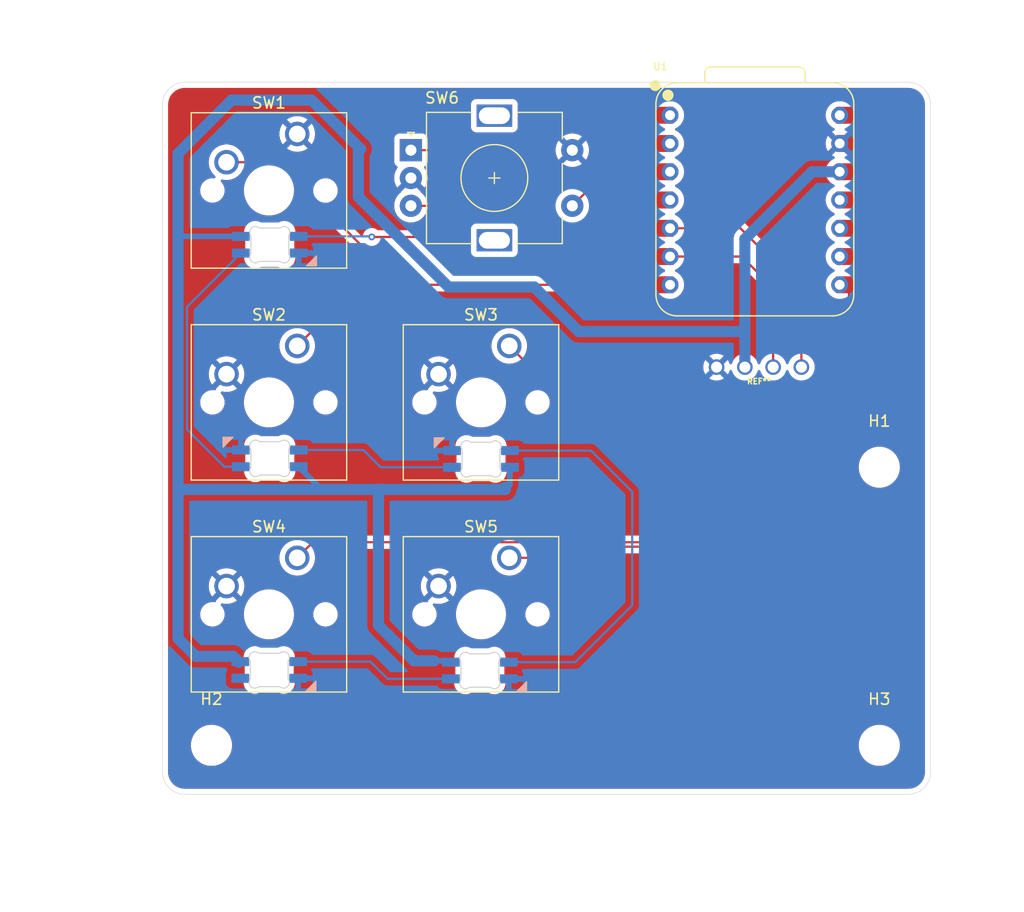
<source format=kicad_pcb>
(kicad_pcb (version 20241229) (generator "pcbnew") (generator_version "9.0")
  (layers (0 "F.Cu" signal) (2 "B.Cu" signal) (13 "F.Paste" user) (15 "B.Paste" user) (5 "F.SilkS" user "F.Silkscreen") (7 "B.SilkS" user "B.Silkscreen") (1 "F.Mask" user) (3 "B.Mask" user) (25 "Edge.Cuts" user))
  (net 0 "")
  (net 1 "Net-(LED1-DOUT)")
  (net 2 "GND")
  (net 3 "+3V3")
  (net 4 "Net-(LED2-DOUT)")
  (net 5 "Net-(LED3-DOUT)")
  (net 6 "Net-(LED4-DOUT)")
  (net 8 "SCL")
  (net 9 "SDA")
  (net 10 "Net-(U1-GPIO0{slash}TX)")
  (net 11 "Net-(U1-GPIO1{slash}RX)")
  (net 12 "Net-(U1-GPIO2{slash}SCK)")
  (net 13 "Net-(U1-GPIO4{slash}MISO)")
  (net 14 "Net-(U1-GPIO3{slash}MOSI)")
  (net 15 "A")
  (net 16 "B")
  (net 17 "S1")
  (net 19 "Net-(LED1-DIN)")
  (footprint "Button_Switch_Keyboard:SW_Cherry_MX_1.00u_PCB" (layer "F.Cu") (at 139.7028 114.1437)
    (property "Reference" "SW4" (at -2.54 -2.794 0) (layer "F.SilkS"))
    (property "Value" "SW_Push")
    (fp_line (start -9.525 -1.905) (end 4.445 -1.905) (stroke (width 0.12)) (layer "F.SilkS"))
    (fp_line (start -9.525 12.065) (end -9.525 -1.905) (stroke (width 0.12)) (layer "F.SilkS"))
    (fp_line (start 4.445 -1.905) (end 4.445 12.065) (stroke (width 0.12)) (layer "F.SilkS"))
    (fp_line (start 4.445 12.065) (end -9.525 12.065) (stroke (width 0.12)) (layer "F.SilkS"))
    (pad "" np_thru_hole circle (at -7.62 5.08) (size 1.7 1.7) (drill 1.7) (layers "*.Cu" "*.Mask"))
    (pad "" np_thru_hole circle (at -2.54 5.08) (size 4 4) (drill 4) (layers "*.Cu" "*.Mask"))
    (pad "" np_thru_hole circle (at 2.54 5.08) (size 1.7 1.7) (drill 1.7) (layers "*.Cu" "*.Mask"))
    (pad "1" thru_hole circle (at 0 0) (size 2.2 2.2) (drill 1.5) (layers "*.Cu" "*.Mask") (net 13 "Net-(U1-GPIO4{slash}MISO)"))
    (pad "2" thru_hole circle (at -6.35 2.54) (size 2.2 2.2) (drill 1.5) (layers "*.Cu" "*.Mask") (net 2 "GND"))
  )
  (footprint "Button_Switch_Keyboard:SW_Cherry_MX_1.00u_PCB" (layer "F.Cu") (at 158.7532 114.1437)
    (property "Reference" "SW5" (at -2.54 -2.794 0) (layer "F.SilkS"))
    (property "Value" "SW_Push")
    (fp_line (start -9.525 -1.905) (end 4.445 -1.905) (stroke (width 0.12)) (layer "F.SilkS"))
    (fp_line (start -9.525 12.065) (end -9.525 -1.905) (stroke (width 0.12)) (layer "F.SilkS"))
    (fp_line (start 4.445 -1.905) (end 4.445 12.065) (stroke (width 0.12)) (layer "F.SilkS"))
    (fp_line (start 4.445 12.065) (end -9.525 12.065) (stroke (width 0.12)) (layer "F.SilkS"))
    (pad "" np_thru_hole circle (at -7.62 5.08) (size 1.7 1.7) (drill 1.7) (layers "*.Cu" "*.Mask"))
    (pad "" np_thru_hole circle (at -2.54 5.08) (size 4 4) (drill 4) (layers "*.Cu" "*.Mask"))
    (pad "" np_thru_hole circle (at 2.54 5.08) (size 1.7 1.7) (drill 1.7) (layers "*.Cu" "*.Mask"))
    (pad "1" thru_hole circle (at 0 0) (size 2.2 2.2) (drill 1.5) (layers "*.Cu" "*.Mask") (net 14 "Net-(U1-GPIO3{slash}MOSI)"))
    (pad "2" thru_hole circle (at -6.35 2.54) (size 2.2 2.2) (drill 1.5) (layers "*.Cu" "*.Mask") (net 2 "GND"))
  )
  (footprint "MountingHole:MountingHole_3.2mm_M3" (layer "F.Cu") (at 132 131)
    (property "Reference" "H2" (at 0 -4.15 0) (layer "F.SilkS"))
    (property "Value" "MountingHole")
    (pad "" np_thru_hole circle (at 0 0) (size 3.2 3.2) (drill 3.2) (layers "*.Cu" "*.Mask"))
  )
  (footprint "Button_Switch_Keyboard:SW_Cherry_MX_1.00u_PCB" (layer "F.Cu") (at 158.7532 95.0933)
    (property "Reference" "SW3" (at -2.54 -2.794 0) (layer "F.SilkS"))
    (property "Value" "SW_Push")
    (fp_line (start -9.525 -1.905) (end 4.445 -1.905) (stroke (width 0.12)) (layer "F.SilkS"))
    (fp_line (start -9.525 12.065) (end -9.525 -1.905) (stroke (width 0.12)) (layer "F.SilkS"))
    (fp_line (start 4.445 -1.905) (end 4.445 12.065) (stroke (width 0.12)) (layer "F.SilkS"))
    (fp_line (start 4.445 12.065) (end -9.525 12.065) (stroke (width 0.12)) (layer "F.SilkS"))
    (pad "" np_thru_hole circle (at -7.62 5.08) (size 1.7 1.7) (drill 1.7) (layers "*.Cu" "*.Mask"))
    (pad "" np_thru_hole circle (at -2.54 5.08) (size 4 4) (drill 4) (layers "*.Cu" "*.Mask"))
    (pad "" np_thru_hole circle (at 2.54 5.08) (size 1.7 1.7) (drill 1.7) (layers "*.Cu" "*.Mask"))
    (pad "1" thru_hole circle (at 0 0) (size 2.2 2.2) (drill 1.5) (layers "*.Cu" "*.Mask") (net 12 "Net-(U1-GPIO2{slash}SCK)"))
    (pad "2" thru_hole circle (at -6.35 2.54) (size 2.2 2.2) (drill 1.5) (layers "*.Cu" "*.Mask") (net 2 "GND"))
  )
  (footprint "Button_Switch_Keyboard:SW_Cherry_MX_1.00u_PCB" (layer "F.Cu") (at 139.7028 76.0429)
    (property "Reference" "SW1" (at -2.54 -2.794 0) (layer "F.SilkS"))
    (property "Value" "SW_Push")
    (fp_line (start -9.525 -1.905) (end 4.445 -1.905) (stroke (width 0.12)) (layer "F.SilkS"))
    (fp_line (start -9.525 12.065) (end -9.525 -1.905) (stroke (width 0.12)) (layer "F.SilkS"))
    (fp_line (start 4.445 -1.905) (end 4.445 12.065) (stroke (width 0.12)) (layer "F.SilkS"))
    (fp_line (start 4.445 12.065) (end -9.525 12.065) (stroke (width 0.12)) (layer "F.SilkS"))
    (pad "" np_thru_hole circle (at -7.62 5.08) (size 1.7 1.7) (drill 1.7) (layers "*.Cu" "*.Mask"))
    (pad "" np_thru_hole circle (at -2.54 5.08) (size 4 4) (drill 4) (layers "*.Cu" "*.Mask"))
    (pad "" np_thru_hole circle (at 2.54 5.08) (size 1.7 1.7) (drill 1.7) (layers "*.Cu" "*.Mask"))
    (pad "1" thru_hole circle (at 0 0) (size 2.2 2.2) (drill 1.5) (layers "*.Cu" "*.Mask") (net 2 "GND"))
    (pad "2" thru_hole circle (at -6.35 2.54) (size 2.2 2.2) (drill 1.5) (layers "*.Cu" "*.Mask") (net 10 "Net-(U1-GPIO0{slash}TX)"))
  )
  (footprint "custom:MX_SK6812MINI-E_REV" (layer "F.Cu") (at 137.2375 91.0775 180)
    (property "Reference" "LED1" (hide yes))
    (property "Value" "YS-SK6812MINI-E")
    (fp_poly (pts (xy -4.2 4.08) (xy -3.3 3.18) (xy -4.2 3.18)) (stroke (width 0.1)) (fill yes) (layer "B.SilkS"))
    (fp_line (start 1.699999 4.377158) (end 1.699999 5.782842) (stroke (width 0.1)) (layer "Edge.Cuts"))
    (fp_line (start 0.794452 6.579999) (end -0.794453 6.579999) (stroke (width 0.1)) (layer "Edge.Cuts"))
    (fp_line (start -0.794452 3.58) (end 0.794452 3.58) (stroke (width 0.1)) (layer "Edge.Cuts"))
    (fp_line (start -1.699999 5.782842) (end -1.699999 4.377158) (stroke (width 0.1)) (layer "Edge.Cuts"))
    (fp_arc (start 1.749484 5.99972) (mid 1.712527 5.894068) (end 1.699999 5.782842) (stroke (width 0.1)) (layer "Edge.Cuts"))
    (fp_arc (start 1.749484 5.99972) (mid 1.638071 6.584035) (end 1.046711 6.648299) (stroke (width 0.1)) (layer "Edge.Cuts"))
    (fp_arc (start 1.699999 4.377157) (mid 1.712527 4.265932) (end 1.749484 4.16028) (stroke (width 0.1)) (layer "Edge.Cuts"))
    (fp_arc (start 1.046711 3.511703) (mid 1.63807 3.575966) (end 1.749484 4.16028) (stroke (width 0.1)) (layer "Edge.Cuts"))
    (fp_arc (start 1.04671 3.511701) (mid 0.925122 3.562623) (end 0.794452 3.58) (stroke (width 0.1)) (layer "Edge.Cuts"))
    (fp_arc (start 0.794453 6.58) (mid 0.925123 6.597377) (end 1.046711 6.648299) (stroke (width 0.1)) (layer "Edge.Cuts"))
    (fp_arc (start -0.794452 3.58) (mid -0.925123 3.562623) (end -1.046711 3.511701) (stroke (width 0.1)) (layer "Edge.Cuts"))
    (fp_arc (start -1.046711 6.648298) (mid -0.925123 6.597376) (end -0.794453 6.579999) (stroke (width 0.1)) (layer "Edge.Cuts"))
    (fp_arc (start -1.046711 6.648298) (mid -1.638071 6.584034) (end -1.749484 5.99972) (stroke (width 0.1)) (layer "Edge.Cuts"))
    (fp_arc (start -1.699999 5.782843) (mid -1.712527 5.894068) (end -1.749484 5.99972) (stroke (width 0.1)) (layer "Edge.Cuts"))
    (fp_arc (start -1.749484 4.160281) (mid -1.638072 3.575965) (end -1.046711 3.511701) (stroke (width 0.1)) (layer "Edge.Cuts"))
    (fp_arc (start -1.749484 4.16028) (mid -1.712527 4.265932) (end -1.699999 4.377158) (stroke (width 0.1)) (layer "Edge.Cuts"))
    (pad "1" smd roundrect (at 2.6 5.83 270) (size 0.82 1.6) (layers "B.Cu" "B.Mask" "B.Paste") (roundrect_rratio 0.1) (net 3 "+3V3"))
    (pad "2" smd roundrect (at 2.6 4.33 270) (size 0.82 1.6) (layers "B.Cu" "B.Mask" "B.Paste") (roundrect_rratio 0.1) (net 1 "Net-(LED1-DOUT)"))
    (pad "3" smd roundrect (at -2.6 4.33 270) (size 0.82 1.6) (layers "B.Cu" "B.Mask" "B.Paste") (roundrect_rratio 0.1) (net 2 "GND"))
    (pad "4" smd roundrect (at -2.6 5.83 270) (size 0.82 1.6) (layers "B.Cu" "B.Mask" "B.Paste") (roundrect_rratio 0.1) (net 19 "Net-(LED1-DIN)"))
  )
  (footprint "custom:MX_SK6812MINI-E_REV" (layer "F.Cu") (at 156.1125 129.3525 180)
    (property "Reference" "LED4" (hide yes))
    (property "Value" "YS-SK6812MINI-E")
    (fp_poly (pts (xy -4.2 4.08) (xy -3.3 3.18) (xy -4.2 3.18)) (stroke (width 0.1)) (fill yes) (layer "B.SilkS"))
    (fp_line (start 1.699999 4.377158) (end 1.699999 5.782842) (stroke (width 0.1)) (layer "Edge.Cuts"))
    (fp_line (start 0.794452 6.579999) (end -0.794453 6.579999) (stroke (width 0.1)) (layer "Edge.Cuts"))
    (fp_line (start -0.794452 3.58) (end 0.794452 3.58) (stroke (width 0.1)) (layer "Edge.Cuts"))
    (fp_line (start -1.699999 5.782842) (end -1.699999 4.377158) (stroke (width 0.1)) (layer "Edge.Cuts"))
    (fp_arc (start 1.749484 5.99972) (mid 1.712527 5.894068) (end 1.699999 5.782842) (stroke (width 0.1)) (layer "Edge.Cuts"))
    (fp_arc (start 1.749484 5.99972) (mid 1.638071 6.584035) (end 1.046711 6.648299) (stroke (width 0.1)) (layer "Edge.Cuts"))
    (fp_arc (start 1.699999 4.377157) (mid 1.712527 4.265932) (end 1.749484 4.16028) (stroke (width 0.1)) (layer "Edge.Cuts"))
    (fp_arc (start 1.046711 3.511703) (mid 1.63807 3.575966) (end 1.749484 4.16028) (stroke (width 0.1)) (layer "Edge.Cuts"))
    (fp_arc (start 1.04671 3.511701) (mid 0.925122 3.562623) (end 0.794452 3.58) (stroke (width 0.1)) (layer "Edge.Cuts"))
    (fp_arc (start 0.794453 6.58) (mid 0.925123 6.597377) (end 1.046711 6.648299) (stroke (width 0.1)) (layer "Edge.Cuts"))
    (fp_arc (start -0.794452 3.58) (mid -0.925123 3.562623) (end -1.046711 3.511701) (stroke (width 0.1)) (layer "Edge.Cuts"))
    (fp_arc (start -1.046711 6.648298) (mid -0.925123 6.597376) (end -0.794453 6.579999) (stroke (width 0.1)) (layer "Edge.Cuts"))
    (fp_arc (start -1.046711 6.648298) (mid -1.638071 6.584034) (end -1.749484 5.99972) (stroke (width 0.1)) (layer "Edge.Cuts"))
    (fp_arc (start -1.699999 5.782843) (mid -1.712527 5.894068) (end -1.749484 5.99972) (stroke (width 0.1)) (layer "Edge.Cuts"))
    (fp_arc (start -1.749484 4.160281) (mid -1.638072 3.575965) (end -1.046711 3.511701) (stroke (width 0.1)) (layer "Edge.Cuts"))
    (fp_arc (start -1.749484 4.16028) (mid -1.712527 4.265932) (end -1.699999 4.377158) (stroke (width 0.1)) (layer "Edge.Cuts"))
    (pad "1" smd roundrect (at 2.6 5.83 270) (size 0.82 1.6) (layers "B.Cu" "B.Mask" "B.Paste") (roundrect_rratio 0.1) (net 3 "+3V3"))
    (pad "2" smd roundrect (at 2.6 4.33 270) (size 0.82 1.6) (layers "B.Cu" "B.Mask" "B.Paste") (roundrect_rratio 0.1) (net 6 "Net-(LED4-DOUT)"))
    (pad "3" smd roundrect (at -2.6 4.33 270) (size 0.82 1.6) (layers "B.Cu" "B.Mask" "B.Paste") (roundrect_rratio 0.1) (net 2 "GND"))
    (pad "4" smd roundrect (at -2.6 5.83 270) (size 0.82 1.6) (layers "B.Cu" "B.Mask" "B.Paste") (roundrect_rratio 0.1) (net 5 "Net-(LED3-DOUT)"))
  )
  (footprint "Seeed Studio XIAO Series Library:XIAO-RP2040-DIP" (layer "F.Cu") (at 180.82 81.98)
    (property "Reference" "U1" (at -8.5 -12 0) (layer "F.SilkS") (effects (font (size 0.635 0.635) (thickness 0.1016))))
    (property "Value" "XIAO-RP2040-DIP")
    (fp_line (start -8.89 8.509) (end -8.89 -8.636) (stroke (width 0.127)) (layer "F.SilkS"))
    (fp_line (start -6.985 10.414) (end 6.985 10.414) (stroke (width 0.127)) (layer "F.SilkS"))
    (fp_line (start -4.495 -10.541) (end -4.491272 -11.451272) (stroke (width 0.127)) (layer "F.SilkS"))
    (fp_line (start -3.991272 -11.951) (end 4.004 -11.951) (stroke (width 0.127)) (layer "F.SilkS"))
    (fp_line (start 4.504 -11.451) (end 4.504 -10.541) (stroke (width 0.127)) (layer "F.SilkS"))
    (fp_line (start 6.985 -10.541) (end -6.985 -10.541) (stroke (width 0.1)) (layer "F.SilkS"))
    (fp_line (start 6.985 -10.541) (end -6.985 -10.541) (stroke (width 0.127)) (layer "F.SilkS"))
    (fp_line (start 8.89 8.509) (end 8.89 -8.636) (stroke (width 0.127)) (layer "F.SilkS"))
    (fp_arc (start -8.89 -8.636) (mid -8.332038 -9.983038) (end -6.985 -10.541) (stroke (width 0.127)) (layer "F.SilkS"))
    (fp_arc (start -6.985 10.414) (mid -8.332038 9.856038) (end -8.89 8.509) (stroke (width 0.127)) (layer "F.SilkS"))
    (fp_arc (start -4.491272 -11.451272) (mid -4.344728 -11.80464) (end -3.991272 -11.951) (stroke (width 0.127)) (layer "F.SilkS"))
    (fp_arc (start 4.004 -11.951) (mid 4.357553 -11.804553) (end 4.504 -11.451) (stroke (width 0.127)) (layer "F.SilkS"))
    (fp_arc (start 6.985 -10.541) (mid 8.332038 -9.983038) (end 8.89 -8.636) (stroke (width 0.127)) (layer "F.SilkS"))
    (fp_arc (start 8.89 8.509) (mid 8.332038 9.856038) (end 6.985 10.414) (stroke (width 0.127)) (layer "F.SilkS"))
    (fp_circle (center -8.95 -10.3) (end -8.95 -10.554) (stroke (width 0.5)) (fill yes) (layer "F.SilkS"))
    (fp_circle (center -7.807 -9.42) (end -7.807 -9.674) (stroke (width 0.5)) (fill yes) (layer "F.SilkS"))
    (pad "1" smd roundrect (at -8.455 -7.62 180) (size 2.432 1.524) (layers "F.Cu" "F.Mask") (roundrect_rratio 0.1) (net 15 "A"))
    (pad "1" thru_hole circle (at -7.62 -7.62 180) (size 1.524 1.524) (drill 0.889) (layers "*.Cu" "*.Mask") (net 15 "A"))
    (pad "2" smd roundrect (at -8.455 -5.08 180) (size 2.432 1.524) (layers "F.Cu" "F.Mask") (roundrect_rratio 0.1) (net 16 "B"))
    (pad "2" thru_hole circle (at -7.62 -5.08 180) (size 1.524 1.524) (drill 0.889) (layers "*.Cu" "*.Mask") (net 16 "B"))
    (pad "3" smd roundrect (at -8.455 -2.54 180) (size 2.432 1.524) (layers "F.Cu" "F.Mask") (roundrect_rratio 0.1) (net 17 "S1"))
    (pad "3" thru_hole circle (at -7.62 -2.54 180) (size 1.524 1.524) (drill 0.889) (layers "*.Cu" "*.Mask") (net 17 "S1"))
    (pad "4" smd roundrect (at -8.455 0 180) (size 2.432 1.524) (layers "F.Cu" "F.Mask") (roundrect_rratio 0.1) (net 19 "Net-(LED1-DIN)"))
    (pad "4" thru_hole circle (at -7.62 0 180) (size 1.524 1.524) (drill 0.889) (layers "*.Cu" "*.Mask") (net 19 "Net-(LED1-DIN)"))
    (pad "5" smd roundrect (at -8.455 2.54 180) (size 2.432 1.524) (layers "F.Cu" "F.Mask") (roundrect_rratio 0.1) (net 9 "SDA"))
    (pad "5" thru_hole circle (at -7.62 2.54 180) (size 1.524 1.524) (drill 0.889) (layers "*.Cu" "*.Mask") (net 9 "SDA"))
    (pad "6" smd roundrect (at -8.455 5.08 180) (size 2.432 1.524) (layers "F.Cu" "F.Mask") (roundrect_rratio 0.1) (net 8 "SCL"))
    (pad "6" thru_hole circle (at -7.62 5.08 180) (size 1.524 1.524) (drill 0.889) (layers "*.Cu" "*.Mask") (net 8 "SCL"))
    (pad "7" smd roundrect (at -8.455 7.62 180) (size 2.432 1.524) (layers "F.Cu" "F.Mask") (roundrect_rratio 0.1) (net 10 "Net-(U1-GPIO0{slash}TX)"))
    (pad "7" thru_hole circle (at -7.62 7.62 180) (size 1.524 1.524) (drill 0.889) (layers "*.Cu" "*.Mask") (net 10 "Net-(U1-GPIO0{slash}TX)"))
    (pad "8" thru_hole circle (at 7.62 7.62) (size 1.524 1.524) (drill 0.889) (layers "*.Cu" "*.Mask") (net 11 "Net-(U1-GPIO1{slash}RX)"))
    (pad "8" smd roundrect (at 8.455 7.62) (size 2.432 1.524) (layers "F.Cu" "F.Mask") (roundrect_rratio 0.1) (net 11 "Net-(U1-GPIO1{slash}RX)"))
    (pad "9" thru_hole circle (at 7.62 5.08) (size 1.524 1.524) (drill 0.889) (layers "*.Cu" "*.Mask") (net 12 "Net-(U1-GPIO2{slash}SCK)"))
    (pad "9" smd roundrect (at 8.455 5.08) (size 2.432 1.524) (layers "F.Cu" "F.Mask") (roundrect_rratio 0.1) (net 12 "Net-(U1-GPIO2{slash}SCK)"))
    (pad "10" thru_hole circle (at 7.62 2.54) (size 1.524 1.524) (drill 0.889) (layers "*.Cu" "*.Mask") (net 13 "Net-(U1-GPIO4{slash}MISO)"))
    (pad "10" smd roundrect (at 8.455 2.54) (size 2.432 1.524) (layers "F.Cu" "F.Mask") (roundrect_rratio 0.1) (net 13 "Net-(U1-GPIO4{slash}MISO)"))
    (pad "11" thru_hole circle (at 7.62 0) (size 1.524 1.524) (drill 0.889) (layers "*.Cu" "*.Mask") (net 14 "Net-(U1-GPIO3{slash}MOSI)"))
    (pad "11" smd roundrect (at 8.455 0) (size 2.432 1.524) (layers "F.Cu" "F.Mask") (roundrect_rratio 0.1) (net 14 "Net-(U1-GPIO3{slash}MOSI)"))
    (pad "12" thru_hole circle (at 7.62 -2.54) (size 1.524 1.524) (drill 0.889) (layers "*.Cu" "*.Mask") (net 3 "+3V3"))
    (pad "12" smd roundrect (at 8.455 -2.54) (size 2.432 1.524) (layers "F.Cu" "F.Mask") (roundrect_rratio 0.1) (net 3 "+3V3"))
    (pad "13" thru_hole circle (at 7.62 -5.08) (size 1.524 1.524) (drill 0.889) (layers "*.Cu" "*.Mask") (net 2 "GND"))
    (pad "13" smd roundrect (at 8.455 -5.08) (size 2.432 1.524) (layers "F.Cu" "F.Mask") (roundrect_rratio 0.1) (net 2 "GND"))
    (pad "14" thru_hole circle (at 7.62 -7.62) (size 1.524 1.524) (drill 0.889) (layers "*.Cu" "*.Mask"))
    (pad "14" smd roundrect (at 8.455 -7.62) (size 2.432 1.524) (layers "F.Cu" "F.Mask") (roundrect_rratio 0.1))
  )
  (footprint "custom:MX_SK6812MINI-E_REV" (layer "F.Cu") (at 137.2375 100.1225)
    (property "Reference" "LED2" (hide yes))
    (property "Value" "YS-SK6812MINI-E")
    (fp_poly (pts (xy -4.2 4.08) (xy -3.3 3.18) (xy -4.2 3.18)) (stroke (width 0.1)) (fill yes) (layer "B.SilkS"))
    (fp_line (start -1.699999 5.782842) (end -1.699999 4.377158) (stroke (width 0.1)) (layer "Edge.Cuts"))
    (fp_line (start -0.794452 3.58) (end 0.794452 3.58) (stroke (width 0.1)) (layer "Edge.Cuts"))
    (fp_line (start 0.794452 6.579999) (end -0.794453 6.579999) (stroke (width 0.1)) (layer "Edge.Cuts"))
    (fp_line (start 1.699999 4.377158) (end 1.699999 5.782842) (stroke (width 0.1)) (layer "Edge.Cuts"))
    (fp_arc (start -1.749484 4.16028) (mid -1.712527 4.265932) (end -1.699999 4.377158) (stroke (width 0.1)) (layer "Edge.Cuts"))
    (fp_arc (start -1.749484 4.160281) (mid -1.638072 3.575965) (end -1.046711 3.511701) (stroke (width 0.1)) (layer "Edge.Cuts"))
    (fp_arc (start -1.699999 5.782843) (mid -1.712527 5.894068) (end -1.749484 5.99972) (stroke (width 0.1)) (layer "Edge.Cuts"))
    (fp_arc (start -1.046711 6.648298) (mid -1.638071 6.584034) (end -1.749484 5.99972) (stroke (width 0.1)) (layer "Edge.Cuts"))
    (fp_arc (start -1.046711 6.648298) (mid -0.925123 6.597376) (end -0.794453 6.579999) (stroke (width 0.1)) (layer "Edge.Cuts"))
    (fp_arc (start -0.794452 3.58) (mid -0.925123 3.562623) (end -1.046711 3.511701) (stroke (width 0.1)) (layer "Edge.Cuts"))
    (fp_arc (start 0.794453 6.58) (mid 0.925123 6.597377) (end 1.046711 6.648299) (stroke (width 0.1)) (layer "Edge.Cuts"))
    (fp_arc (start 1.04671 3.511701) (mid 0.925122 3.562623) (end 0.794452 3.58) (stroke (width 0.1)) (layer "Edge.Cuts"))
    (fp_arc (start 1.046711 3.511703) (mid 1.63807 3.575966) (end 1.749484 4.16028) (stroke (width 0.1)) (layer "Edge.Cuts"))
    (fp_arc (start 1.699999 4.377157) (mid 1.712527 4.265932) (end 1.749484 4.16028) (stroke (width 0.1)) (layer "Edge.Cuts"))
    (fp_arc (start 1.749484 5.99972) (mid 1.638071 6.584035) (end 1.046711 6.648299) (stroke (width 0.1)) (layer "Edge.Cuts"))
    (fp_arc (start 1.749484 5.99972) (mid 1.712527 5.894068) (end 1.699999 5.782842) (stroke (width 0.1)) (layer "Edge.Cuts"))
    (pad "1" smd roundrect (at 2.6 5.83 90) (size 0.82 1.6) (layers "B.Cu" "B.Mask" "B.Paste") (roundrect_rratio 0.1) (net 3 "+3V3"))
    (pad "2" smd roundrect (at 2.6 4.33 90) (size 0.82 1.6) (layers "B.Cu" "B.Mask" "B.Paste") (roundrect_rratio 0.1) (net 4 "Net-(LED2-DOUT)"))
    (pad "3" smd roundrect (at -2.6 4.33 90) (size 0.82 1.6) (layers "B.Cu" "B.Mask" "B.Paste") (roundrect_rratio 0.1) (net 2 "GND"))
    (pad "4" smd roundrect (at -2.6 5.83 90) (size 0.82 1.6) (layers "B.Cu" "B.Mask" "B.Paste") (roundrect_rratio 0.1) (net 1 "Net-(LED1-DOUT)"))
  )
  (footprint "custom:OLED" (layer "F.Cu") (at 181.19 97 180)
    (property "Reference" "OL1")
    (property "Value" "OLED" (hide yes))
    (fp_text user "REF**" (at -0.01 -1.28 0) (layer "F.SilkS") (effects (font (size 0.5 0.5) (thickness 0.125) (bold yes))))
    (pad "1" thru_hole circle (at -3.81 0 180) (size 1.4 1.4) (drill 1) (layers "*.Cu" "*.Mask") (net 9 "SDA"))
    (pad "2" thru_hole circle (at -1.27 0 180) (size 1.4 1.4) (drill 1) (layers "*.Cu" "*.Mask") (net 8 "SCL"))
    (pad "3" thru_hole circle (at 1.27 0 180) (size 1.4 1.4) (drill 1) (layers "*.Cu" "*.Mask") (net 3 "+3V3"))
    (pad "4" thru_hole circle (at 3.81 0 180) (size 1.4 1.4) (drill 1) (layers "*.Cu" "*.Mask") (net 2 "GND"))
  )
  (footprint "Rotary_Encoder:RotaryEncoder_Alps_EC11E-Switch_Vertical_H20mm" (layer "F.Cu") (at 149.9158 77.5)
    (property "Reference" "SW6" (at 2.8 -4.7 0) (layer "F.SilkS"))
    (property "Value" "RotaryEncoder_Switch")
    (fp_line (start -0.3 -1.6) (end 0.3 -1.6) (stroke (width 0.12)) (layer "F.SilkS"))
    (fp_line (start 0 -1.3) (end -0.3 -1.6) (stroke (width 0.12)) (layer "F.SilkS"))
    (fp_line (start 0.3 -1.6) (end 0 -1.3) (stroke (width 0.12)) (layer "F.SilkS"))
    (fp_line (start 1.4 -3.4) (end 1.4 8.4) (stroke (width 0.12)) (layer "F.SilkS"))
    (fp_line (start 5.5 -3.4) (end 1.4 -3.4) (stroke (width 0.12)) (layer "F.SilkS"))
    (fp_line (start 5.5 8.4) (end 1.4 8.4) (stroke (width 0.12)) (layer "F.SilkS"))
    (fp_line (start 7 2.5) (end 8 2.5) (stroke (width 0.12)) (layer "F.SilkS"))
    (fp_line (start 7.5 2) (end 7.5 3) (stroke (width 0.12)) (layer "F.SilkS"))
    (fp_line (start 9.5 -3.4) (end 13.6 -3.4) (stroke (width 0.12)) (layer "F.SilkS"))
    (fp_line (start 13.6 -3.4) (end 13.6 -1) (stroke (width 0.12)) (layer "F.SilkS"))
    (fp_line (start 13.6 1.2) (end 13.6 3.8) (stroke (width 0.12)) (layer "F.SilkS"))
    (fp_line (start 13.6 6) (end 13.6 8.4) (stroke (width 0.12)) (layer "F.SilkS"))
    (fp_line (start 13.6 8.4) (end 9.5 8.4) (stroke (width 0.12)) (layer "F.SilkS"))
    (fp_circle (center 7.5 2.5) (end 10.5 2.5) (stroke (width 0.12)) (fill no) (layer "F.SilkS"))
    (pad "A" thru_hole rect (at 0 0) (size 2 2) (drill 1) (layers "*.Cu" "*.Mask") (net 15 "A"))
    (pad "B" thru_hole circle (at 0 5) (size 2 2) (drill 1) (layers "*.Cu" "*.Mask") (net 16 "B"))
    (pad "C" thru_hole circle (at 0 2.5) (size 2 2) (drill 1) (layers "*.Cu" "*.Mask") (net 2 "GND"))
    (pad "MP" thru_hole rect (at 7.5 -3.1) (size 3.2 2) (drill oval 2.8 1.5) (layers "*.Cu" "*.Mask"))
    (pad "MP" thru_hole rect (at 7.5 8.1) (size 3.2 2) (drill oval 2.8 1.5) (layers "*.Cu" "*.Mask"))
    (pad "S1" thru_hole circle (at 14.5 5) (size 2 2) (drill 1) (layers "*.Cu" "*.Mask") (net 17 "S1"))
    (pad "S2" thru_hole circle (at 14.5 0) (size 2 2) (drill 1) (layers "*.Cu" "*.Mask") (net 2 "GND"))
  )
  (footprint "custom:MX_SK6812MINI-E_REV" (layer "F.Cu") (at 137.1875 129.3025 180)
    (property "Reference" "LED5" (hide yes))
    (property "Value" "YS-SK6812MINI-E")
    (fp_poly (pts (xy -4.2 4.08) (xy -3.3 3.18) (xy -4.2 3.18)) (stroke (width 0.1)) (fill yes) (layer "B.SilkS"))
    (fp_line (start 1.699999 4.377158) (end 1.699999 5.782842) (stroke (width 0.1)) (layer "Edge.Cuts"))
    (fp_line (start 0.794452 6.579999) (end -0.794453 6.579999) (stroke (width 0.1)) (layer "Edge.Cuts"))
    (fp_line (start -0.794452 3.58) (end 0.794452 3.58) (stroke (width 0.1)) (layer "Edge.Cuts"))
    (fp_line (start -1.699999 5.782842) (end -1.699999 4.377158) (stroke (width 0.1)) (layer "Edge.Cuts"))
    (fp_arc (start 1.749484 5.99972) (mid 1.712527 5.894068) (end 1.699999 5.782842) (stroke (width 0.1)) (layer "Edge.Cuts"))
    (fp_arc (start 1.749484 5.99972) (mid 1.638071 6.584035) (end 1.046711 6.648299) (stroke (width 0.1)) (layer "Edge.Cuts"))
    (fp_arc (start 1.699999 4.377157) (mid 1.712527 4.265932) (end 1.749484 4.16028) (stroke (width 0.1)) (layer "Edge.Cuts"))
    (fp_arc (start 1.046711 3.511703) (mid 1.63807 3.575966) (end 1.749484 4.16028) (stroke (width 0.1)) (layer "Edge.Cuts"))
    (fp_arc (start 1.04671 3.511701) (mid 0.925122 3.562623) (end 0.794452 3.58) (stroke (width 0.1)) (layer "Edge.Cuts"))
    (fp_arc (start 0.794453 6.58) (mid 0.925123 6.597377) (end 1.046711 6.648299) (stroke (width 0.1)) (layer "Edge.Cuts"))
    (fp_arc (start -0.794452 3.58) (mid -0.925123 3.562623) (end -1.046711 3.511701) (stroke (width 0.1)) (layer "Edge.Cuts"))
    (fp_arc (start -1.046711 6.648298) (mid -0.925123 6.597376) (end -0.794453 6.579999) (stroke (width 0.1)) (layer "Edge.Cuts"))
    (fp_arc (start -1.046711 6.648298) (mid -1.638071 6.584034) (end -1.749484 5.99972) (stroke (width 0.1)) (layer "Edge.Cuts"))
    (fp_arc (start -1.699999 5.782843) (mid -1.712527 5.894068) (end -1.749484 5.99972) (stroke (width 0.1)) (layer "Edge.Cuts"))
    (fp_arc (start -1.749484 4.160281) (mid -1.638072 3.575965) (end -1.046711 3.511701) (stroke (width 0.1)) (layer "Edge.Cuts"))
    (fp_arc (start -1.749484 4.16028) (mid -1.712527 4.265932) (end -1.699999 4.377158) (stroke (width 0.1)) (layer "Edge.Cuts"))
    (pad "1" smd roundrect (at 2.6 5.83 270) (size 0.82 1.6) (layers "B.Cu" "B.Mask" "B.Paste") (roundrect_rratio 0.1) (net 3 "+3V3"))
    (pad "2" smd roundrect (at 2.6 4.33 270) (size 0.82 1.6) (layers "B.Cu" "B.Mask" "B.Paste") (roundrect_rratio 0.1))
    (pad "3" smd roundrect (at -2.6 4.33 270) (size 0.82 1.6) (layers "B.Cu" "B.Mask" "B.Paste") (roundrect_rratio 0.1) (net 2 "GND"))
    (pad "4" smd roundrect (at -2.6 5.83 270) (size 0.82 1.6) (layers "B.Cu" "B.Mask" "B.Paste") (roundrect_rratio 0.1) (net 6 "Net-(LED4-DOUT)"))
  )
  (footprint "MountingHole:MountingHole_3.2mm_M3" (layer "F.Cu") (at 192 131)
    (property "Reference" "H3" (at 0 -4.15 0) (layer "F.SilkS"))
    (property "Value" "MountingHole")
    (pad "" np_thru_hole circle (at 0 0) (size 3.2 3.2) (drill 3.2) (layers "*.Cu" "*.Mask"))
  )
  (footprint "custom:MX_SK6812MINI-E_REV" (layer "F.Cu") (at 156.2132 100.1733)
    (property "Reference" "LED3" (hide yes))
    (property "Value" "YS-SK6812MINI-E")
    (fp_poly (pts (xy -4.2 4.08) (xy -3.3 3.18) (xy -4.2 3.18)) (stroke (width 0.1)) (fill yes) (layer "B.SilkS"))
    (fp_line (start -1.699999 5.782842) (end -1.699999 4.377158) (stroke (width 0.1)) (layer "Edge.Cuts"))
    (fp_line (start -0.794452 3.58) (end 0.794452 3.58) (stroke (width 0.1)) (layer "Edge.Cuts"))
    (fp_line (start 0.794452 6.579999) (end -0.794453 6.579999) (stroke (width 0.1)) (layer "Edge.Cuts"))
    (fp_line (start 1.699999 4.377158) (end 1.699999 5.782842) (stroke (width 0.1)) (layer "Edge.Cuts"))
    (fp_arc (start -1.749484 4.16028) (mid -1.712527 4.265932) (end -1.699999 4.377158) (stroke (width 0.1)) (layer "Edge.Cuts"))
    (fp_arc (start -1.749484 4.160281) (mid -1.638072 3.575965) (end -1.046711 3.511701) (stroke (width 0.1)) (layer "Edge.Cuts"))
    (fp_arc (start -1.699999 5.782843) (mid -1.712527 5.894068) (end -1.749484 5.99972) (stroke (width 0.1)) (layer "Edge.Cuts"))
    (fp_arc (start -1.046711 6.648298) (mid -1.638071 6.584034) (end -1.749484 5.99972) (stroke (width 0.1)) (layer "Edge.Cuts"))
    (fp_arc (start -1.046711 6.648298) (mid -0.925123 6.597376) (end -0.794453 6.579999) (stroke (width 0.1)) (layer "Edge.Cuts"))
    (fp_arc (start -0.794452 3.58) (mid -0.925123 3.562623) (end -1.046711 3.511701) (stroke (width 0.1)) (layer "Edge.Cuts"))
    (fp_arc (start 0.794453 6.58) (mid 0.925123 6.597377) (end 1.046711 6.648299) (stroke (width 0.1)) (layer "Edge.Cuts"))
    (fp_arc (start 1.04671 3.511701) (mid 0.925122 3.562623) (end 0.794452 3.58) (stroke (width 0.1)) (layer "Edge.Cuts"))
    (fp_arc (start 1.046711 3.511703) (mid 1.63807 3.575966) (end 1.749484 4.16028) (stroke (width 0.1)) (layer "Edge.Cuts"))
    (fp_arc (start 1.699999 4.377157) (mid 1.712527 4.265932) (end 1.749484 4.16028) (stroke (width 0.1)) (layer "Edge.Cuts"))
    (fp_arc (start 1.749484 5.99972) (mid 1.638071 6.584035) (end 1.046711 6.648299) (stroke (width 0.1)) (layer "Edge.Cuts"))
    (fp_arc (start 1.749484 5.99972) (mid 1.712527 5.894068) (end 1.699999 5.782842) (stroke (width 0.1)) (layer "Edge.Cuts"))
    (pad "1" smd roundrect (at 2.6 5.83 90) (size 0.82 1.6) (layers "B.Cu" "B.Mask" "B.Paste") (roundrect_rratio 0.1) (net 3 "+3V3"))
    (pad "2" smd roundrect (at 2.6 4.33 90) (size 0.82 1.6) (layers "B.Cu" "B.Mask" "B.Paste") (roundrect_rratio 0.1) (net 5 "Net-(LED3-DOUT)"))
    (pad "3" smd roundrect (at -2.6 4.33 90) (size 0.82 1.6) (layers "B.Cu" "B.Mask" "B.Paste") (roundrect_rratio 0.1) (net 2 "GND"))
    (pad "4" smd roundrect (at -2.6 5.83 90) (size 0.82 1.6) (layers "B.Cu" "B.Mask" "B.Paste") (roundrect_rratio 0.1) (net 4 "Net-(LED2-DOUT)"))
  )
  (footprint "Button_Switch_Keyboard:SW_Cherry_MX_1.00u_PCB" (layer "F.Cu") (at 139.7028 95.0933)
    (property "Reference" "SW2" (at -2.54 -2.794 0) (layer "F.SilkS"))
    (property "Value" "SW_Push")
    (fp_line (start -9.525 -1.905) (end 4.445 -1.905) (stroke (width 0.12)) (layer "F.SilkS"))
    (fp_line (start -9.525 12.065) (end -9.525 -1.905) (stroke (width 0.12)) (layer "F.SilkS"))
    (fp_line (start 4.445 -1.905) (end 4.445 12.065) (stroke (width 0.12)) (layer "F.SilkS"))
    (fp_line (start 4.445 12.065) (end -9.525 12.065) (stroke (width 0.12)) (layer "F.SilkS"))
    (pad "" np_thru_hole circle (at -7.62 5.08) (size 1.7 1.7) (drill 1.7) (layers "*.Cu" "*.Mask"))
    (pad "" np_thru_hole circle (at -2.54 5.08) (size 4 4) (drill 4) (layers "*.Cu" "*.Mask"))
    (pad "" np_thru_hole circle (at 2.54 5.08) (size 1.7 1.7) (drill 1.7) (layers "*.Cu" "*.Mask"))
    (pad "1" thru_hole circle (at 0 0) (size 2.2 2.2) (drill 1.5) (layers "*.Cu" "*.Mask") (net 11 "Net-(U1-GPIO1{slash}RX)"))
    (pad "2" thru_hole circle (at -6.35 2.54) (size 2.2 2.2) (drill 1.5) (layers "*.Cu" "*.Mask") (net 2 "GND"))
  )
  (footprint "MountingHole:MountingHole_3.2mm_M3" (layer "F.Cu") (at 192 106)
    (property "Reference" "H1" (at 0 -4.15 0) (layer "F.SilkS"))
    (property "Value" "MountingHole")
    (pad "" np_thru_hole circle (at 0 0) (size 3.2 3.2) (drill 3.2) (layers "*.Cu" "*.Mask"))
  )
  (gr_arc (start 129.6 135.4) (mid 128.185786 134.814214) (end 127.6 133.4) (stroke (width 0.05)) (layer "Edge.Cuts"))
  (gr_line (start 194.6 135.4) (end 129.6 135.4) (stroke (width 0.05)) (layer "Edge.Cuts"))
  (gr_arc (start 127.6 73.4) (mid 128.185786 71.985786) (end 129.6 71.4) (stroke (width 0.05)) (layer "Edge.Cuts"))
  (gr_line (start 196.6 73.4) (end 196.6 133.4) (stroke (width 0.05)) (layer "Edge.Cuts"))
  (gr_arc (start 196.6 133.4) (mid 196.014214 134.814214) (end 194.6 135.4) (stroke (width 0.05)) (layer "Edge.Cuts"))
  (gr_arc (start 194.6 71.4) (mid 196.014214 71.985786) (end 196.6 73.4) (stroke (width 0.05)) (layer "Edge.Cuts"))
  (gr_line (start 129.6 71.4) (end 194.6 71.4) (stroke (width 0.05)) (layer "Edge.Cuts"))
  (gr_line (start 127.6 133.4) (end 127.6 73.4) (stroke (width 0.05)) (layer "Edge.Cuts"))
  (segment (start 192 130.9) (end 191.95 130.85) (width 0.2) (layer "F.Cu") (net 0))
  (segment (start 192 131) (end 192 130.9) (width 0.2) (layer "F.Cu") (net 0))
  (segment (start 129.8 91.585) (end 129.8 102.6) (width 0.2) (layer "B.Cu") (net 1))
  (segment (start 133.1525 105.9525) (end 134.6375 105.9525) (width 0.2) (layer "B.Cu") (net 1))
  (segment (start 134.6375 86.7475) (end 129.8 91.585) (width 0.2) (layer "B.Cu") (net 1))
  (segment (start 129.8 102.6) (end 133.1525 105.9525) (width 0.2) (layer "B.Cu") (net 1))
  (segment (start 153.3 89.8) (end 145.2 81.7) (width 1) (layer "B.Cu") (net 3))
  (segment (start 128.999 121.399) (end 130.6 123) (width 1) (layer "B.Cu") (net 3))
  (segment (start 188.44 79.44) (end 185.96 79.44) (width 1) (layer "B.Cu") (net 3))
  (segment (start 153.39 123.4) (end 152 123.4) (width 0.5) (layer "B.Cu") (net 3))
  (segment (start 179.92 93.8) (end 165 93.8) (width 1) (layer "B.Cu") (net 3))
  (segment (start 147 108) (end 147 120.2) (width 1) (layer "B.Cu") (net 3))
  (segment (start 129.2465 85.2475) (end 128.999 85) (width 0.5) (layer "B.Cu") (net 3))
  (segment (start 185.96 79.44) (end 179.92 85.48) (width 1) (layer "B.Cu") (net 3))
  (segment (start 141.885 108) (end 147 108) (width 1) (layer "B.Cu") (net 3))
  (segment (start 145.2 77.6) (end 145.4 77.4) (width 1) (layer "B.Cu") (net 3))
  (segment (start 145.4 77.4) (end 141 73) (width 1) (layer "B.Cu") (net 3))
  (segment (start 134.6375 85.2475) (end 129.2465 85.2475) (width 0.5) (layer "B.Cu") (net 3))
  (segment (start 128.999 77.801) (end 128.999 85) (width 1) (layer "B.Cu") (net 3))
  (segment (start 165 93.8) (end 161 89.8) (width 1) (layer "B.Cu") (net 3))
  (segment (start 179.92 93.8) (end 179.92 97) (width 1) (layer "B.Cu") (net 3))
  (segment (start 139.8375 105.9525) (end 141.885 108) (width 0.5) (layer "B.Cu") (net 3))
  (segment (start 133.939325 123) (end 134.411825 123.4725) (width 1) (layer "B.Cu") (net 3))
  (segment (start 158.8132 106.0033) (end 158.8132 107.5868) (width 0.5) (layer "B.Cu") (net 3))
  (segment (start 158.8132 107.5868) (end 158.4 108) (width 0.5) (layer "B.Cu") (net 3))
  (segment (start 150 123.2) (end 150.2 123.4) (width 1) (layer "B.Cu") (net 3))
  (segment (start 128.999 85) (end 128.999 108) (width 1) (layer "B.Cu") (net 3))
  (segment (start 145.2 81.7) (end 145.2 77.6) (width 1) (layer "B.Cu") (net 3))
  (segment (start 133.8 73) (end 128.999 77.801) (width 1) (layer "B.Cu") (net 3))
  (segment (start 128.999 108) (end 128.999 121.399) (width 1) (layer "B.Cu") (net 3))
  (segment (start 147 108) (end 158.4 108) (width 1) (layer "B.Cu") (net 3))
  (segment (start 147 120.2) (end 150 123.2) (width 1) (layer "B.Cu") (net 3))
  (segment (start 130.6 123) (end 133.939325 123) (width 1) (layer "B.Cu") (net 3))
  (segment (start 153.5125 123.5225) (end 153.39 123.4) (width 0.5) (layer "B.Cu") (net 3))
  (segment (start 128.999 108) (end 141.885 108) (width 1) (layer "B.Cu") (net 3))
  (segment (start 134.411825 123.4725) (end 134.441138 123.538) (width 1) (layer "B.Cu") (net 3))
  (segment (start 179.92 85.48) (end 179.92 93.8) (width 1) (layer "B.Cu") (net 3))
  (segment (start 161 89.8) (end 153.3 89.8) (width 1) (layer "B.Cu") (net 3))
  (segment (start 150.2 123.4) (end 152 123.4) (width 1) (layer "B.Cu") (net 3))
  (segment (start 141 73) (end 133.8 73) (width 1) (layer "B.Cu") (net 3))
  (segment (start 158.4 108) (end 158.4 107.8) (width 1) (layer "B.Cu") (net 3))
  (segment (start 147.2033 106.0033) (end 145.6525 104.4525) (width 0.2) (layer "B.Cu") (net 4))
  (segment (start 153.6132 106.0033) (end 147.2033 106.0033) (width 0.2) (layer "B.Cu") (net 4))
  (segment (start 145.6525 104.4525) (end 139.8375 104.4525) (width 0.2) (layer "B.Cu") (net 4))
  (segment (start 164.6775 123.5225) (end 158.7125 123.5225) (width 0.2) (layer "B.Cu") (net 5))
  (segment (start 169.8 108.2) (end 169.8 118.4) (width 0.2) (layer "B.Cu") (net 5))
  (segment (start 169.8 118.4) (end 164.6775 123.5225) (width 0.2) (layer "B.Cu") (net 5))
  (segment (start 158.8132 104.5033) (end 166.1033 104.5033) (width 0.2) (layer "B.Cu") (net 5))
  (segment (start 166.1033 104.5033) (end 169.8 108.2) (width 0.2) (layer "B.Cu") (net 5))
  (segment (start 153.5125 125.0225) (end 147.8225 125.0225) (width 0.2) (layer "B.Cu") (net 6))
  (segment (start 147.8225 125.0225) (end 146.2725 123.4725) (width 0.2) (layer "B.Cu") (net 6))
  (segment (start 153.5525 125.0225) (end 153.6 124.975) (width 0.2) (layer "B.Cu") (net 6))
  (segment (start 146.2725 123.4725) (end 139.7875 123.4725) (width 0.2) (layer "B.Cu") (net 6))
  (segment (start 153.5125 125.0225) (end 153.5525 125.0225) (width 0.2) (layer "B.Cu") (net 6))
  (segment (start 179.635 87.06) (end 182.46 89.885) (width 0.2) (layer "F.Cu") (net 8))
  (segment (start 173.2 87.06) (end 179.635 87.06) (width 0.2) (layer "F.Cu") (net 8))
  (segment (start 182.46 89.885) (end 182.46 97) (width 0.2) (layer "F.Cu") (net 8))
  (segment (start 179.52 84.52) (end 185 90) (width 0.2) (layer "F.Cu") (net 9))
  (segment (start 185 90) (end 185 97) (width 0.2) (layer "F.Cu") (net 9))
  (segment (start 173.2 84.52) (end 179.52 84.52) (width 0.2) (layer "F.Cu") (net 9))
  (segment (start 149 89.6) (end 137.9829 78.5829) (width 0.2) (layer "F.Cu") (net 10))
  (segment (start 137.9829 78.5829) (end 133.3528 78.5829) (width 0.2) (layer "F.Cu") (net 10))
  (segment (start 173.2 89.6) (end 149 89.6) (width 0.2) (layer "F.Cu") (net 10))
  (segment (start 188.6 98.4) (end 189.275 97.725) (width 0.2) (layer "F.Cu") (net 11))
  (segment (start 189.275 97.725) (end 189.275 89.6) (width 0.2) (layer "F.Cu") (net 11))
  (segment (start 166.8 98.4) (end 188.6 98.4) (width 0.2) (layer "F.Cu") (net 11))
  (segment (start 160.6 92.2) (end 166.8 98.4) (width 0.2) (layer "F.Cu") (net 11))
  (segment (start 139.7028 95.0933) (end 142.5961 92.2) (width 0.2) (layer "F.Cu") (net 11))
  (segment (start 142.5961 92.2) (end 160.6 92.2) (width 0.2) (layer "F.Cu") (net 11))
  (segment (start 162.6609 99.001) (end 158.7532 95.0933) (width 0.2) (layer "F.Cu") (net 12))
  (segment (start 189.3661 99.001) (end 162.6609 99.001) (width 0.2) (layer "F.Cu") (net 12))
  (segment (start 189.053626 87.06) (end 190.792 88.798374) (width 0.2) (layer "F.Cu") (net 12))
  (segment (start 188.44 87.06) (end 189.053626 87.06) (width 0.2) (layer "F.Cu") (net 12))
  (segment (start 190.792 97.5751) (end 189.3661 99.001) (width 0.2) (layer "F.Cu") (net 12))
  (segment (start 190.792 88.798374) (end 190.792 97.5751) (width 0.2) (layer "F.Cu") (net 12))
  (segment (start 191.193 86.659374) (end 191.193 97.7412) (width 0.2) (layer "F.Cu") (net 13))
  (segment (start 191.193 97.7412) (end 176.1915 112.7427) (width 0.2) (layer "F.Cu") (net 13))
  (segment (start 189.053626 84.52) (end 191.193 86.659374) (width 0.2) (layer "F.Cu") (net 13))
  (segment (start 176.1915 112.7427) (end 141.1038 112.7427) (width 0.2) (layer "F.Cu") (net 13))
  (segment (start 141.1038 112.7427) (end 139.7028 114.1437) (width 0.2) (layer "F.Cu") (net 13))
  (segment (start 188.44 84.52) (end 189.053626 84.52) (width 0.2) (layer "F.Cu") (net 13))
  (segment (start 191.594 97.9073) (end 191.594 84.299) (width 0.2) (layer "F.Cu") (net 14))
  (segment (start 167.0563 114.1437) (end 168.0563 113.1437) (width 0.2) (layer "F.Cu") (net 14))
  (segment (start 176.3576 113.1437) (end 191.594 97.9073) (width 0.2) (layer "F.Cu") (net 14))
  (segment (start 158.7532 114.1437) (end 167.0563 114.1437) (width 0.2) (layer "F.Cu") (net 14))
  (segment (start 168.0563 113.1437) (end 176.3576 113.1437) (width 0.2) (layer "F.Cu") (net 14))
  (segment (start 191.594 84.299) (end 189.275 81.98) (width 0.2) (layer "F.Cu") (net 14))
  (segment (start 163.04 74.36) (end 173.2 74.36) (width 0.2) (layer "F.Cu") (net 15))
  (segment (start 159.9 77.5) (end 163.04 74.36) (width 0.2) (layer "F.Cu") (net 15))
  (segment (start 149.9158 77.5) (end 159.9 77.5) (width 0.2) (layer "F.Cu") (net 15))
  (segment (start 167.8 79.8) (end 170.7 76.9) (width 0.2) (layer "F.Cu") (net 16))
  (segment (start 170.7 76.9) (end 172.365 76.9) (width 0.2) (layer "F.Cu") (net 16))
  (segment (start 160.4 79.8) (end 167.8 79.8) (width 0.2) (layer "F.Cu") (net 16))
  (segment (start 149.9158 82.5) (end 157.7 82.5) (width 0.2) (layer "F.Cu") (net 16))
  (segment (start 157.7 82.5) (end 160.4 79.8) (width 0.2) (layer "F.Cu") (net 16))
  (segment (start 173.2 79.44) (end 172.365 79.44) (width 0.2) (layer "F.Cu") (net 17))
  (segment (start 172.365 79.44) (end 171.405 80.4) (width 0.2) (layer "F.Cu") (net 17))
  (segment (start 166.5158 80.4) (end 164.4158 82.5) (width 0.2) (layer "F.Cu") (net 17))
  (segment (start 171.405 80.4) (end 166.5158 80.4) (width 0.2) (layer "F.Cu") (net 17))
  (segment (start 169.02 81.98) (end 172.365 81.98) (width 0.2) (layer "F.Cu") (net 19))
  (segment (start 146.4 85.3) (end 151.9 85.3) (width 0.2) (layer "F.Cu") (net 19))
  (segment (start 161.6 83.6) (end 163.2 85.2) (width 0.2) (layer "F.Cu") (net 19))
  (segment (start 165.8 85.2) (end 169.02 81.98) (width 0.2) (layer "F.Cu") (net 19))
  (segment (start 163.2 85.2) (end 165.8 85.2) (width 0.2) (layer "F.Cu") (net 19))
  (segment (start 151.9 85.3) (end 153.6 83.6) (width 0.2) (layer "F.Cu") (net 19))
  (segment (start 153.6 83.6) (end 161.6 83.6) (width 0.2) (layer "F.Cu") (net 19))
  (via (at 146.4 85.3) (size 0.6) (drill 0.3) (layers "F.Cu" "B.Cu") (net 19))
  (segment (start 139.8375 85.2475) (end 146.3475 85.2475) (width 0.2) (layer "B.Cu") (net 19))
  (segment (start 146.3475 85.2475) (end 146.4 85.3) (width 0.2) (layer "B.Cu") (net 19))
  (zone (net 2) (net_name "GND") (layer "F.Cu") (connect_pads (clearance 0.5)) (min_thickness 0.25) (fill yes (thermal_gap 0.5) (thermal_bridge_width 0.5))
    (polygon (pts (xy 123 68) (xy 200 68) (xy 201 142) (xy 118 141)))
  )
  (zone (net 2) (net_name "GND") (layer "B.Cu") (priority 1) (connect_pads (clearance 0.5)) (min_thickness 0.25) (fill yes (thermal_gap 0.5) (thermal_bridge_width 0.5))
    (polygon (pts (xy 122 65) (xy 205 64) (xy 205 146) (xy 113 143)))
  )
)
</source>
